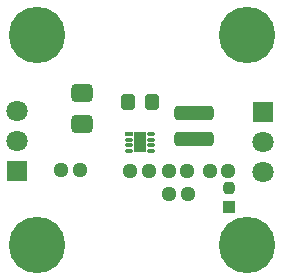
<source format=gts>
G04*
G04 #@! TF.GenerationSoftware,Altium Limited,Altium Designer,20.1.14 (287)*
G04*
G04 Layer_Color=8388736*
%FSLAX25Y25*%
%MOIN*%
G70*
G04*
G04 #@! TF.SameCoordinates,1C3036EA-9198-4DC0-AC4A-3EF54EA2E58D*
G04*
G04*
G04 #@! TF.FilePolarity,Negative*
G04*
G01*
G75*
%ADD23R,0.04095X0.06850*%
G04:AMPARAMS|DCode=24|XSize=15.35mil|YSize=25.2mil|CornerRadius=5.22mil|HoleSize=0mil|Usage=FLASHONLY|Rotation=90.000|XOffset=0mil|YOffset=0mil|HoleType=Round|Shape=RoundedRectangle|*
%AMROUNDEDRECTD24*
21,1,0.01535,0.01476,0,0,90.0*
21,1,0.00492,0.02520,0,0,90.0*
1,1,0.01043,0.00738,0.00246*
1,1,0.01043,0.00738,-0.00246*
1,1,0.01043,-0.00738,-0.00246*
1,1,0.01043,-0.00738,0.00246*
%
%ADD24ROUNDEDRECTD24*%
%ADD25R,0.02520X0.01535*%
G04:AMPARAMS|DCode=26|XSize=133.98mil|YSize=47.37mil|CornerRadius=13.84mil|HoleSize=0mil|Usage=FLASHONLY|Rotation=180.000|XOffset=0mil|YOffset=0mil|HoleType=Round|Shape=RoundedRectangle|*
%AMROUNDEDRECTD26*
21,1,0.13398,0.01968,0,0,180.0*
21,1,0.10630,0.04737,0,0,180.0*
1,1,0.02769,-0.05315,0.00984*
1,1,0.02769,0.05315,0.00984*
1,1,0.02769,0.05315,-0.00984*
1,1,0.02769,-0.05315,-0.00984*
%
%ADD26ROUNDEDRECTD26*%
G04:AMPARAMS|DCode=27|XSize=43.43mil|YSize=43.43mil|CornerRadius=12.86mil|HoleSize=0mil|Usage=FLASHONLY|Rotation=270.000|XOffset=0mil|YOffset=0mil|HoleType=Round|Shape=RoundedRectangle|*
%AMROUNDEDRECTD27*
21,1,0.04343,0.01772,0,0,270.0*
21,1,0.01772,0.04343,0,0,270.0*
1,1,0.02572,-0.00886,-0.00886*
1,1,0.02572,-0.00886,0.00886*
1,1,0.02572,0.00886,0.00886*
1,1,0.02572,0.00886,-0.00886*
%
%ADD27ROUNDEDRECTD27*%
G04:AMPARAMS|DCode=28|XSize=39.5mil|YSize=39.5mil|CornerRadius=11.87mil|HoleSize=0mil|Usage=FLASHONLY|Rotation=180.000|XOffset=0mil|YOffset=0mil|HoleType=Round|Shape=RoundedRectangle|*
%AMROUNDEDRECTD28*
21,1,0.03950,0.01575,0,0,180.0*
21,1,0.01575,0.03950,0,0,180.0*
1,1,0.02375,-0.00787,0.00787*
1,1,0.02375,0.00787,0.00787*
1,1,0.02375,0.00787,-0.00787*
1,1,0.02375,-0.00787,-0.00787*
%
%ADD28ROUNDEDRECTD28*%
%ADD29R,0.03950X0.03950*%
G04:AMPARAMS|DCode=30|XSize=72.96mil|YSize=63.12mil|CornerRadius=17.78mil|HoleSize=0mil|Usage=FLASHONLY|Rotation=180.000|XOffset=0mil|YOffset=0mil|HoleType=Round|Shape=RoundedRectangle|*
%AMROUNDEDRECTD30*
21,1,0.07296,0.02756,0,0,180.0*
21,1,0.03740,0.06312,0,0,180.0*
1,1,0.03556,-0.01870,0.01378*
1,1,0.03556,0.01870,0.01378*
1,1,0.03556,0.01870,-0.01378*
1,1,0.03556,-0.01870,-0.01378*
%
%ADD30ROUNDEDRECTD30*%
G04:AMPARAMS|DCode=31|XSize=55.24mil|YSize=47.37mil|CornerRadius=13.84mil|HoleSize=0mil|Usage=FLASHONLY|Rotation=270.000|XOffset=0mil|YOffset=0mil|HoleType=Round|Shape=RoundedRectangle|*
%AMROUNDEDRECTD31*
21,1,0.05524,0.01968,0,0,270.0*
21,1,0.02756,0.04737,0,0,270.0*
1,1,0.02769,-0.00984,-0.01378*
1,1,0.02769,-0.00984,0.01378*
1,1,0.02769,0.00984,0.01378*
1,1,0.02769,0.00984,-0.01378*
%
%ADD31ROUNDEDRECTD31*%
%ADD32C,0.18800*%
%ADD33C,0.07099*%
%ADD34R,0.07099X0.07099*%
D23*
X49213Y49213D02*
D03*
D24*
X52953Y46260D02*
D03*
Y48228D02*
D03*
Y50197D02*
D03*
Y52165D02*
D03*
X45472Y46260D02*
D03*
Y48228D02*
D03*
Y50197D02*
D03*
D25*
Y52165D02*
D03*
D26*
X67323Y59055D02*
D03*
Y50394D02*
D03*
D27*
X52362Y39764D02*
D03*
X46063D02*
D03*
X23050Y39900D02*
D03*
X29350D02*
D03*
X72441Y39764D02*
D03*
X78740D02*
D03*
X65256Y32087D02*
D03*
X58957D02*
D03*
X65059Y39862D02*
D03*
X58760D02*
D03*
D28*
X79000Y34150D02*
D03*
D29*
Y27850D02*
D03*
D30*
X29823Y55413D02*
D03*
Y65650D02*
D03*
D31*
X53150Y62598D02*
D03*
X45276D02*
D03*
D32*
X15000Y15000D02*
D03*
X85000Y85000D02*
D03*
X15000D02*
D03*
X85000Y15000D02*
D03*
D33*
X8366Y59803D02*
D03*
Y49803D02*
D03*
X90158Y39213D02*
D03*
Y49213D02*
D03*
D34*
X8366Y39803D02*
D03*
X90158Y59213D02*
D03*
M02*

</source>
